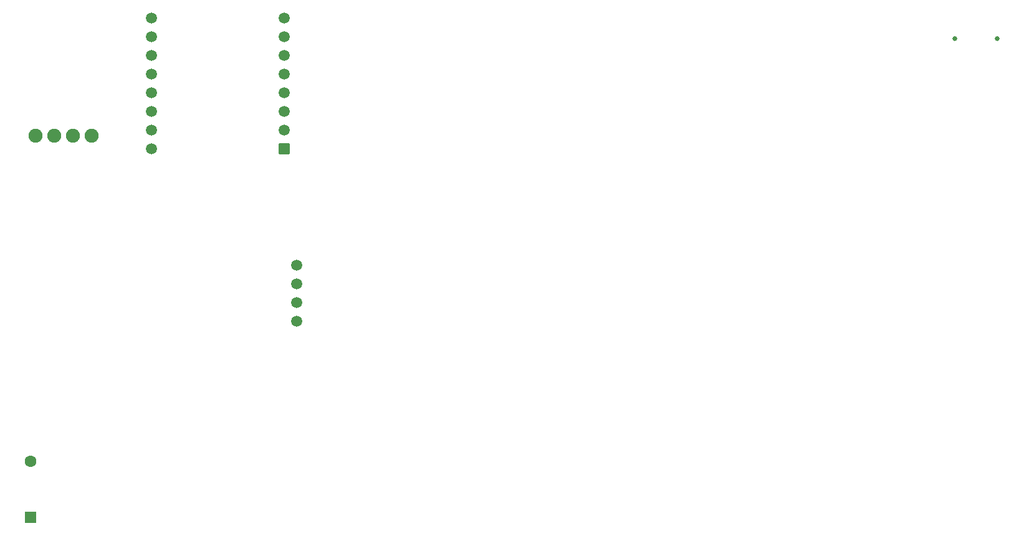
<source format=gbr>
%TF.GenerationSoftware,KiCad,Pcbnew,9.0.1*%
%TF.CreationDate,2025-10-26T11:51:32+05:30*%
%TF.ProjectId,SoundTab,536f756e-6454-4616-922e-6b696361645f,rev?*%
%TF.SameCoordinates,Original*%
%TF.FileFunction,Soldermask,Bot*%
%TF.FilePolarity,Negative*%
%FSLAX46Y46*%
G04 Gerber Fmt 4.6, Leading zero omitted, Abs format (unit mm)*
G04 Created by KiCad (PCBNEW 9.0.1) date 2025-10-26 11:51:32*
%MOMM*%
%LPD*%
G01*
G04 APERTURE LIST*
G04 Aperture macros list*
%AMRoundRect*
0 Rectangle with rounded corners*
0 $1 Rounding radius*
0 $2 $3 $4 $5 $6 $7 $8 $9 X,Y pos of 4 corners*
0 Add a 4 corners polygon primitive as box body*
4,1,4,$2,$3,$4,$5,$6,$7,$8,$9,$2,$3,0*
0 Add four circle primitives for the rounded corners*
1,1,$1+$1,$2,$3*
1,1,$1+$1,$4,$5*
1,1,$1+$1,$6,$7*
1,1,$1+$1,$8,$9*
0 Add four rect primitives between the rounded corners*
20,1,$1+$1,$2,$3,$4,$5,0*
20,1,$1+$1,$4,$5,$6,$7,0*
20,1,$1+$1,$6,$7,$8,$9,0*
20,1,$1+$1,$8,$9,$2,$3,0*%
G04 Aperture macros list end*
%ADD10C,0.650000*%
%ADD11C,1.500000*%
%ADD12C,1.600000*%
%ADD13RoundRect,0.250000X-0.550000X0.550000X-0.550000X-0.550000X0.550000X-0.550000X0.550000X0.550000X0*%
%ADD14RoundRect,0.102000X0.654000X0.654000X-0.654000X0.654000X-0.654000X-0.654000X0.654000X-0.654000X0*%
%ADD15C,1.512000*%
%ADD16C,1.905000*%
G04 APERTURE END LIST*
D10*
%TO.C,USB1*%
X208492500Y-66419250D03*
X202712500Y-66419250D03*
%TD*%
D11*
%TO.C,U8*%
X113320000Y-97190000D03*
X113320000Y-99730000D03*
X113320000Y-102270000D03*
X113320000Y-104810000D03*
%TD*%
D12*
%TO.C,U3*%
X77102500Y-123880000D03*
D13*
X77102500Y-131500000D03*
%TD*%
D14*
%TO.C,U1*%
X111619500Y-81390000D03*
D15*
X111619500Y-78850000D03*
X111619500Y-76310000D03*
X111619500Y-73770000D03*
X111619500Y-71230000D03*
X111619500Y-68690000D03*
X111619500Y-66150000D03*
X111619500Y-63610000D03*
X93585500Y-63610000D03*
X93585500Y-66150000D03*
X93585500Y-68690000D03*
X93585500Y-71230000D03*
X93585500Y-73770000D03*
X93585500Y-76310000D03*
X93585500Y-78850000D03*
X93585500Y-81390000D03*
%TD*%
D16*
%TO.C,U4*%
X85412500Y-79620000D03*
X82872500Y-79620000D03*
X80332500Y-79620000D03*
X77792500Y-79620000D03*
%TD*%
M02*

</source>
